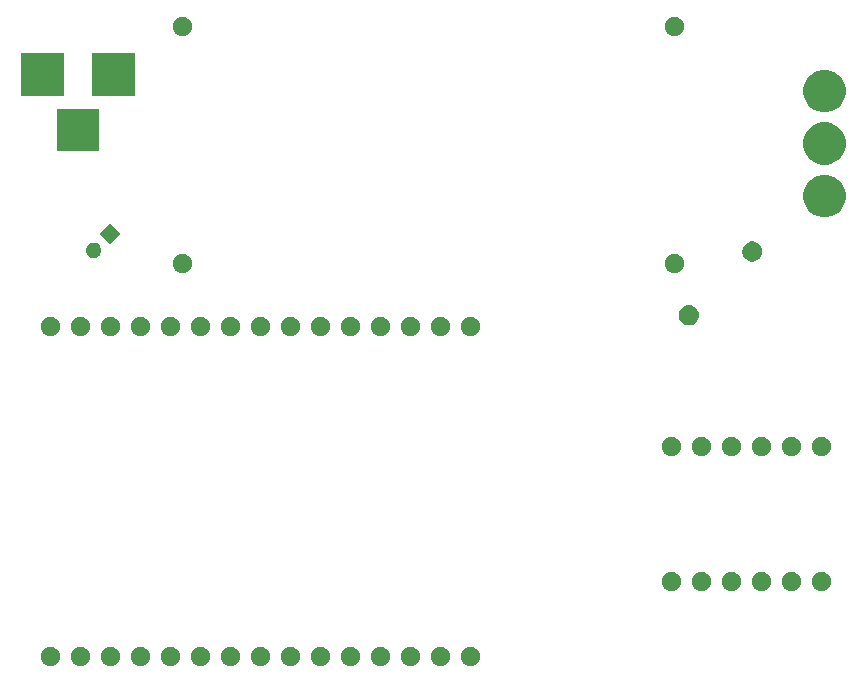
<source format=gbr>
G04 #@! TF.GenerationSoftware,KiCad,Pcbnew,(5.1.2-1)-1*
G04 #@! TF.CreationDate,2019-05-31T16:35:32-04:00*
G04 #@! TF.ProjectId,RubyLights,52756279-4c69-4676-9874-732e6b696361,.5*
G04 #@! TF.SameCoordinates,Original*
G04 #@! TF.FileFunction,Soldermask,Bot*
G04 #@! TF.FilePolarity,Negative*
%FSLAX46Y46*%
G04 Gerber Fmt 4.6, Leading zero omitted, Abs format (unit mm)*
G04 Created by KiCad (PCBNEW (5.1.2-1)-1) date 2019-05-31 16:35:32*
%MOMM*%
%LPD*%
G04 APERTURE LIST*
%ADD10C,0.100000*%
G04 APERTURE END LIST*
D10*
G36*
X96249142Y-110978242D02*
G01*
X96397101Y-111039529D01*
X96530255Y-111128499D01*
X96643501Y-111241745D01*
X96732471Y-111374899D01*
X96793758Y-111522858D01*
X96825000Y-111679925D01*
X96825000Y-111840075D01*
X96793758Y-111997142D01*
X96732471Y-112145101D01*
X96643501Y-112278255D01*
X96530255Y-112391501D01*
X96397101Y-112480471D01*
X96249142Y-112541758D01*
X96092075Y-112573000D01*
X95931925Y-112573000D01*
X95774858Y-112541758D01*
X95626899Y-112480471D01*
X95493745Y-112391501D01*
X95380499Y-112278255D01*
X95291529Y-112145101D01*
X95230242Y-111997142D01*
X95199000Y-111840075D01*
X95199000Y-111679925D01*
X95230242Y-111522858D01*
X95291529Y-111374899D01*
X95380499Y-111241745D01*
X95493745Y-111128499D01*
X95626899Y-111039529D01*
X95774858Y-110978242D01*
X95931925Y-110947000D01*
X96092075Y-110947000D01*
X96249142Y-110978242D01*
X96249142Y-110978242D01*
G37*
G36*
X93709142Y-110978242D02*
G01*
X93857101Y-111039529D01*
X93990255Y-111128499D01*
X94103501Y-111241745D01*
X94192471Y-111374899D01*
X94253758Y-111522858D01*
X94285000Y-111679925D01*
X94285000Y-111840075D01*
X94253758Y-111997142D01*
X94192471Y-112145101D01*
X94103501Y-112278255D01*
X93990255Y-112391501D01*
X93857101Y-112480471D01*
X93709142Y-112541758D01*
X93552075Y-112573000D01*
X93391925Y-112573000D01*
X93234858Y-112541758D01*
X93086899Y-112480471D01*
X92953745Y-112391501D01*
X92840499Y-112278255D01*
X92751529Y-112145101D01*
X92690242Y-111997142D01*
X92659000Y-111840075D01*
X92659000Y-111679925D01*
X92690242Y-111522858D01*
X92751529Y-111374899D01*
X92840499Y-111241745D01*
X92953745Y-111128499D01*
X93086899Y-111039529D01*
X93234858Y-110978242D01*
X93391925Y-110947000D01*
X93552075Y-110947000D01*
X93709142Y-110978242D01*
X93709142Y-110978242D01*
G37*
G36*
X91169142Y-110978242D02*
G01*
X91317101Y-111039529D01*
X91450255Y-111128499D01*
X91563501Y-111241745D01*
X91652471Y-111374899D01*
X91713758Y-111522858D01*
X91745000Y-111679925D01*
X91745000Y-111840075D01*
X91713758Y-111997142D01*
X91652471Y-112145101D01*
X91563501Y-112278255D01*
X91450255Y-112391501D01*
X91317101Y-112480471D01*
X91169142Y-112541758D01*
X91012075Y-112573000D01*
X90851925Y-112573000D01*
X90694858Y-112541758D01*
X90546899Y-112480471D01*
X90413745Y-112391501D01*
X90300499Y-112278255D01*
X90211529Y-112145101D01*
X90150242Y-111997142D01*
X90119000Y-111840075D01*
X90119000Y-111679925D01*
X90150242Y-111522858D01*
X90211529Y-111374899D01*
X90300499Y-111241745D01*
X90413745Y-111128499D01*
X90546899Y-111039529D01*
X90694858Y-110978242D01*
X90851925Y-110947000D01*
X91012075Y-110947000D01*
X91169142Y-110978242D01*
X91169142Y-110978242D01*
G37*
G36*
X88629142Y-110978242D02*
G01*
X88777101Y-111039529D01*
X88910255Y-111128499D01*
X89023501Y-111241745D01*
X89112471Y-111374899D01*
X89173758Y-111522858D01*
X89205000Y-111679925D01*
X89205000Y-111840075D01*
X89173758Y-111997142D01*
X89112471Y-112145101D01*
X89023501Y-112278255D01*
X88910255Y-112391501D01*
X88777101Y-112480471D01*
X88629142Y-112541758D01*
X88472075Y-112573000D01*
X88311925Y-112573000D01*
X88154858Y-112541758D01*
X88006899Y-112480471D01*
X87873745Y-112391501D01*
X87760499Y-112278255D01*
X87671529Y-112145101D01*
X87610242Y-111997142D01*
X87579000Y-111840075D01*
X87579000Y-111679925D01*
X87610242Y-111522858D01*
X87671529Y-111374899D01*
X87760499Y-111241745D01*
X87873745Y-111128499D01*
X88006899Y-111039529D01*
X88154858Y-110978242D01*
X88311925Y-110947000D01*
X88472075Y-110947000D01*
X88629142Y-110978242D01*
X88629142Y-110978242D01*
G37*
G36*
X86089142Y-110978242D02*
G01*
X86237101Y-111039529D01*
X86370255Y-111128499D01*
X86483501Y-111241745D01*
X86572471Y-111374899D01*
X86633758Y-111522858D01*
X86665000Y-111679925D01*
X86665000Y-111840075D01*
X86633758Y-111997142D01*
X86572471Y-112145101D01*
X86483501Y-112278255D01*
X86370255Y-112391501D01*
X86237101Y-112480471D01*
X86089142Y-112541758D01*
X85932075Y-112573000D01*
X85771925Y-112573000D01*
X85614858Y-112541758D01*
X85466899Y-112480471D01*
X85333745Y-112391501D01*
X85220499Y-112278255D01*
X85131529Y-112145101D01*
X85070242Y-111997142D01*
X85039000Y-111840075D01*
X85039000Y-111679925D01*
X85070242Y-111522858D01*
X85131529Y-111374899D01*
X85220499Y-111241745D01*
X85333745Y-111128499D01*
X85466899Y-111039529D01*
X85614858Y-110978242D01*
X85771925Y-110947000D01*
X85932075Y-110947000D01*
X86089142Y-110978242D01*
X86089142Y-110978242D01*
G37*
G36*
X83549142Y-110978242D02*
G01*
X83697101Y-111039529D01*
X83830255Y-111128499D01*
X83943501Y-111241745D01*
X84032471Y-111374899D01*
X84093758Y-111522858D01*
X84125000Y-111679925D01*
X84125000Y-111840075D01*
X84093758Y-111997142D01*
X84032471Y-112145101D01*
X83943501Y-112278255D01*
X83830255Y-112391501D01*
X83697101Y-112480471D01*
X83549142Y-112541758D01*
X83392075Y-112573000D01*
X83231925Y-112573000D01*
X83074858Y-112541758D01*
X82926899Y-112480471D01*
X82793745Y-112391501D01*
X82680499Y-112278255D01*
X82591529Y-112145101D01*
X82530242Y-111997142D01*
X82499000Y-111840075D01*
X82499000Y-111679925D01*
X82530242Y-111522858D01*
X82591529Y-111374899D01*
X82680499Y-111241745D01*
X82793745Y-111128499D01*
X82926899Y-111039529D01*
X83074858Y-110978242D01*
X83231925Y-110947000D01*
X83392075Y-110947000D01*
X83549142Y-110978242D01*
X83549142Y-110978242D01*
G37*
G36*
X81009142Y-110978242D02*
G01*
X81157101Y-111039529D01*
X81290255Y-111128499D01*
X81403501Y-111241745D01*
X81492471Y-111374899D01*
X81553758Y-111522858D01*
X81585000Y-111679925D01*
X81585000Y-111840075D01*
X81553758Y-111997142D01*
X81492471Y-112145101D01*
X81403501Y-112278255D01*
X81290255Y-112391501D01*
X81157101Y-112480471D01*
X81009142Y-112541758D01*
X80852075Y-112573000D01*
X80691925Y-112573000D01*
X80534858Y-112541758D01*
X80386899Y-112480471D01*
X80253745Y-112391501D01*
X80140499Y-112278255D01*
X80051529Y-112145101D01*
X79990242Y-111997142D01*
X79959000Y-111840075D01*
X79959000Y-111679925D01*
X79990242Y-111522858D01*
X80051529Y-111374899D01*
X80140499Y-111241745D01*
X80253745Y-111128499D01*
X80386899Y-111039529D01*
X80534858Y-110978242D01*
X80691925Y-110947000D01*
X80852075Y-110947000D01*
X81009142Y-110978242D01*
X81009142Y-110978242D01*
G37*
G36*
X78469142Y-110978242D02*
G01*
X78617101Y-111039529D01*
X78750255Y-111128499D01*
X78863501Y-111241745D01*
X78952471Y-111374899D01*
X79013758Y-111522858D01*
X79045000Y-111679925D01*
X79045000Y-111840075D01*
X79013758Y-111997142D01*
X78952471Y-112145101D01*
X78863501Y-112278255D01*
X78750255Y-112391501D01*
X78617101Y-112480471D01*
X78469142Y-112541758D01*
X78312075Y-112573000D01*
X78151925Y-112573000D01*
X77994858Y-112541758D01*
X77846899Y-112480471D01*
X77713745Y-112391501D01*
X77600499Y-112278255D01*
X77511529Y-112145101D01*
X77450242Y-111997142D01*
X77419000Y-111840075D01*
X77419000Y-111679925D01*
X77450242Y-111522858D01*
X77511529Y-111374899D01*
X77600499Y-111241745D01*
X77713745Y-111128499D01*
X77846899Y-111039529D01*
X77994858Y-110978242D01*
X78151925Y-110947000D01*
X78312075Y-110947000D01*
X78469142Y-110978242D01*
X78469142Y-110978242D01*
G37*
G36*
X75929142Y-110978242D02*
G01*
X76077101Y-111039529D01*
X76210255Y-111128499D01*
X76323501Y-111241745D01*
X76412471Y-111374899D01*
X76473758Y-111522858D01*
X76505000Y-111679925D01*
X76505000Y-111840075D01*
X76473758Y-111997142D01*
X76412471Y-112145101D01*
X76323501Y-112278255D01*
X76210255Y-112391501D01*
X76077101Y-112480471D01*
X75929142Y-112541758D01*
X75772075Y-112573000D01*
X75611925Y-112573000D01*
X75454858Y-112541758D01*
X75306899Y-112480471D01*
X75173745Y-112391501D01*
X75060499Y-112278255D01*
X74971529Y-112145101D01*
X74910242Y-111997142D01*
X74879000Y-111840075D01*
X74879000Y-111679925D01*
X74910242Y-111522858D01*
X74971529Y-111374899D01*
X75060499Y-111241745D01*
X75173745Y-111128499D01*
X75306899Y-111039529D01*
X75454858Y-110978242D01*
X75611925Y-110947000D01*
X75772075Y-110947000D01*
X75929142Y-110978242D01*
X75929142Y-110978242D01*
G37*
G36*
X73389142Y-110978242D02*
G01*
X73537101Y-111039529D01*
X73670255Y-111128499D01*
X73783501Y-111241745D01*
X73872471Y-111374899D01*
X73933758Y-111522858D01*
X73965000Y-111679925D01*
X73965000Y-111840075D01*
X73933758Y-111997142D01*
X73872471Y-112145101D01*
X73783501Y-112278255D01*
X73670255Y-112391501D01*
X73537101Y-112480471D01*
X73389142Y-112541758D01*
X73232075Y-112573000D01*
X73071925Y-112573000D01*
X72914858Y-112541758D01*
X72766899Y-112480471D01*
X72633745Y-112391501D01*
X72520499Y-112278255D01*
X72431529Y-112145101D01*
X72370242Y-111997142D01*
X72339000Y-111840075D01*
X72339000Y-111679925D01*
X72370242Y-111522858D01*
X72431529Y-111374899D01*
X72520499Y-111241745D01*
X72633745Y-111128499D01*
X72766899Y-111039529D01*
X72914858Y-110978242D01*
X73071925Y-110947000D01*
X73232075Y-110947000D01*
X73389142Y-110978242D01*
X73389142Y-110978242D01*
G37*
G36*
X70849142Y-110978242D02*
G01*
X70997101Y-111039529D01*
X71130255Y-111128499D01*
X71243501Y-111241745D01*
X71332471Y-111374899D01*
X71393758Y-111522858D01*
X71425000Y-111679925D01*
X71425000Y-111840075D01*
X71393758Y-111997142D01*
X71332471Y-112145101D01*
X71243501Y-112278255D01*
X71130255Y-112391501D01*
X70997101Y-112480471D01*
X70849142Y-112541758D01*
X70692075Y-112573000D01*
X70531925Y-112573000D01*
X70374858Y-112541758D01*
X70226899Y-112480471D01*
X70093745Y-112391501D01*
X69980499Y-112278255D01*
X69891529Y-112145101D01*
X69830242Y-111997142D01*
X69799000Y-111840075D01*
X69799000Y-111679925D01*
X69830242Y-111522858D01*
X69891529Y-111374899D01*
X69980499Y-111241745D01*
X70093745Y-111128499D01*
X70226899Y-111039529D01*
X70374858Y-110978242D01*
X70531925Y-110947000D01*
X70692075Y-110947000D01*
X70849142Y-110978242D01*
X70849142Y-110978242D01*
G37*
G36*
X68309142Y-110978242D02*
G01*
X68457101Y-111039529D01*
X68590255Y-111128499D01*
X68703501Y-111241745D01*
X68792471Y-111374899D01*
X68853758Y-111522858D01*
X68885000Y-111679925D01*
X68885000Y-111840075D01*
X68853758Y-111997142D01*
X68792471Y-112145101D01*
X68703501Y-112278255D01*
X68590255Y-112391501D01*
X68457101Y-112480471D01*
X68309142Y-112541758D01*
X68152075Y-112573000D01*
X67991925Y-112573000D01*
X67834858Y-112541758D01*
X67686899Y-112480471D01*
X67553745Y-112391501D01*
X67440499Y-112278255D01*
X67351529Y-112145101D01*
X67290242Y-111997142D01*
X67259000Y-111840075D01*
X67259000Y-111679925D01*
X67290242Y-111522858D01*
X67351529Y-111374899D01*
X67440499Y-111241745D01*
X67553745Y-111128499D01*
X67686899Y-111039529D01*
X67834858Y-110978242D01*
X67991925Y-110947000D01*
X68152075Y-110947000D01*
X68309142Y-110978242D01*
X68309142Y-110978242D01*
G37*
G36*
X65769142Y-110978242D02*
G01*
X65917101Y-111039529D01*
X66050255Y-111128499D01*
X66163501Y-111241745D01*
X66252471Y-111374899D01*
X66313758Y-111522858D01*
X66345000Y-111679925D01*
X66345000Y-111840075D01*
X66313758Y-111997142D01*
X66252471Y-112145101D01*
X66163501Y-112278255D01*
X66050255Y-112391501D01*
X65917101Y-112480471D01*
X65769142Y-112541758D01*
X65612075Y-112573000D01*
X65451925Y-112573000D01*
X65294858Y-112541758D01*
X65146899Y-112480471D01*
X65013745Y-112391501D01*
X64900499Y-112278255D01*
X64811529Y-112145101D01*
X64750242Y-111997142D01*
X64719000Y-111840075D01*
X64719000Y-111679925D01*
X64750242Y-111522858D01*
X64811529Y-111374899D01*
X64900499Y-111241745D01*
X65013745Y-111128499D01*
X65146899Y-111039529D01*
X65294858Y-110978242D01*
X65451925Y-110947000D01*
X65612075Y-110947000D01*
X65769142Y-110978242D01*
X65769142Y-110978242D01*
G37*
G36*
X63229142Y-110978242D02*
G01*
X63377101Y-111039529D01*
X63510255Y-111128499D01*
X63623501Y-111241745D01*
X63712471Y-111374899D01*
X63773758Y-111522858D01*
X63805000Y-111679925D01*
X63805000Y-111840075D01*
X63773758Y-111997142D01*
X63712471Y-112145101D01*
X63623501Y-112278255D01*
X63510255Y-112391501D01*
X63377101Y-112480471D01*
X63229142Y-112541758D01*
X63072075Y-112573000D01*
X62911925Y-112573000D01*
X62754858Y-112541758D01*
X62606899Y-112480471D01*
X62473745Y-112391501D01*
X62360499Y-112278255D01*
X62271529Y-112145101D01*
X62210242Y-111997142D01*
X62179000Y-111840075D01*
X62179000Y-111679925D01*
X62210242Y-111522858D01*
X62271529Y-111374899D01*
X62360499Y-111241745D01*
X62473745Y-111128499D01*
X62606899Y-111039529D01*
X62754858Y-110978242D01*
X62911925Y-110947000D01*
X63072075Y-110947000D01*
X63229142Y-110978242D01*
X63229142Y-110978242D01*
G37*
G36*
X60689142Y-110978242D02*
G01*
X60837101Y-111039529D01*
X60970255Y-111128499D01*
X61083501Y-111241745D01*
X61172471Y-111374899D01*
X61233758Y-111522858D01*
X61265000Y-111679925D01*
X61265000Y-111840075D01*
X61233758Y-111997142D01*
X61172471Y-112145101D01*
X61083501Y-112278255D01*
X60970255Y-112391501D01*
X60837101Y-112480471D01*
X60689142Y-112541758D01*
X60532075Y-112573000D01*
X60371925Y-112573000D01*
X60214858Y-112541758D01*
X60066899Y-112480471D01*
X59933745Y-112391501D01*
X59820499Y-112278255D01*
X59731529Y-112145101D01*
X59670242Y-111997142D01*
X59639000Y-111840075D01*
X59639000Y-111679925D01*
X59670242Y-111522858D01*
X59731529Y-111374899D01*
X59820499Y-111241745D01*
X59933745Y-111128499D01*
X60066899Y-111039529D01*
X60214858Y-110978242D01*
X60371925Y-110947000D01*
X60532075Y-110947000D01*
X60689142Y-110978242D01*
X60689142Y-110978242D01*
G37*
G36*
X113267142Y-104628242D02*
G01*
X113415101Y-104689529D01*
X113548255Y-104778499D01*
X113661501Y-104891745D01*
X113750471Y-105024899D01*
X113811758Y-105172858D01*
X113843000Y-105329925D01*
X113843000Y-105490075D01*
X113811758Y-105647142D01*
X113750471Y-105795101D01*
X113661501Y-105928255D01*
X113548255Y-106041501D01*
X113415101Y-106130471D01*
X113267142Y-106191758D01*
X113110075Y-106223000D01*
X112949925Y-106223000D01*
X112792858Y-106191758D01*
X112644899Y-106130471D01*
X112511745Y-106041501D01*
X112398499Y-105928255D01*
X112309529Y-105795101D01*
X112248242Y-105647142D01*
X112217000Y-105490075D01*
X112217000Y-105329925D01*
X112248242Y-105172858D01*
X112309529Y-105024899D01*
X112398499Y-104891745D01*
X112511745Y-104778499D01*
X112644899Y-104689529D01*
X112792858Y-104628242D01*
X112949925Y-104597000D01*
X113110075Y-104597000D01*
X113267142Y-104628242D01*
X113267142Y-104628242D01*
G37*
G36*
X115807142Y-104628242D02*
G01*
X115955101Y-104689529D01*
X116088255Y-104778499D01*
X116201501Y-104891745D01*
X116290471Y-105024899D01*
X116351758Y-105172858D01*
X116383000Y-105329925D01*
X116383000Y-105490075D01*
X116351758Y-105647142D01*
X116290471Y-105795101D01*
X116201501Y-105928255D01*
X116088255Y-106041501D01*
X115955101Y-106130471D01*
X115807142Y-106191758D01*
X115650075Y-106223000D01*
X115489925Y-106223000D01*
X115332858Y-106191758D01*
X115184899Y-106130471D01*
X115051745Y-106041501D01*
X114938499Y-105928255D01*
X114849529Y-105795101D01*
X114788242Y-105647142D01*
X114757000Y-105490075D01*
X114757000Y-105329925D01*
X114788242Y-105172858D01*
X114849529Y-105024899D01*
X114938499Y-104891745D01*
X115051745Y-104778499D01*
X115184899Y-104689529D01*
X115332858Y-104628242D01*
X115489925Y-104597000D01*
X115650075Y-104597000D01*
X115807142Y-104628242D01*
X115807142Y-104628242D01*
G37*
G36*
X118347142Y-104628242D02*
G01*
X118495101Y-104689529D01*
X118628255Y-104778499D01*
X118741501Y-104891745D01*
X118830471Y-105024899D01*
X118891758Y-105172858D01*
X118923000Y-105329925D01*
X118923000Y-105490075D01*
X118891758Y-105647142D01*
X118830471Y-105795101D01*
X118741501Y-105928255D01*
X118628255Y-106041501D01*
X118495101Y-106130471D01*
X118347142Y-106191758D01*
X118190075Y-106223000D01*
X118029925Y-106223000D01*
X117872858Y-106191758D01*
X117724899Y-106130471D01*
X117591745Y-106041501D01*
X117478499Y-105928255D01*
X117389529Y-105795101D01*
X117328242Y-105647142D01*
X117297000Y-105490075D01*
X117297000Y-105329925D01*
X117328242Y-105172858D01*
X117389529Y-105024899D01*
X117478499Y-104891745D01*
X117591745Y-104778499D01*
X117724899Y-104689529D01*
X117872858Y-104628242D01*
X118029925Y-104597000D01*
X118190075Y-104597000D01*
X118347142Y-104628242D01*
X118347142Y-104628242D01*
G37*
G36*
X120887142Y-104628242D02*
G01*
X121035101Y-104689529D01*
X121168255Y-104778499D01*
X121281501Y-104891745D01*
X121370471Y-105024899D01*
X121431758Y-105172858D01*
X121463000Y-105329925D01*
X121463000Y-105490075D01*
X121431758Y-105647142D01*
X121370471Y-105795101D01*
X121281501Y-105928255D01*
X121168255Y-106041501D01*
X121035101Y-106130471D01*
X120887142Y-106191758D01*
X120730075Y-106223000D01*
X120569925Y-106223000D01*
X120412858Y-106191758D01*
X120264899Y-106130471D01*
X120131745Y-106041501D01*
X120018499Y-105928255D01*
X119929529Y-105795101D01*
X119868242Y-105647142D01*
X119837000Y-105490075D01*
X119837000Y-105329925D01*
X119868242Y-105172858D01*
X119929529Y-105024899D01*
X120018499Y-104891745D01*
X120131745Y-104778499D01*
X120264899Y-104689529D01*
X120412858Y-104628242D01*
X120569925Y-104597000D01*
X120730075Y-104597000D01*
X120887142Y-104628242D01*
X120887142Y-104628242D01*
G37*
G36*
X123427142Y-104628242D02*
G01*
X123575101Y-104689529D01*
X123708255Y-104778499D01*
X123821501Y-104891745D01*
X123910471Y-105024899D01*
X123971758Y-105172858D01*
X124003000Y-105329925D01*
X124003000Y-105490075D01*
X123971758Y-105647142D01*
X123910471Y-105795101D01*
X123821501Y-105928255D01*
X123708255Y-106041501D01*
X123575101Y-106130471D01*
X123427142Y-106191758D01*
X123270075Y-106223000D01*
X123109925Y-106223000D01*
X122952858Y-106191758D01*
X122804899Y-106130471D01*
X122671745Y-106041501D01*
X122558499Y-105928255D01*
X122469529Y-105795101D01*
X122408242Y-105647142D01*
X122377000Y-105490075D01*
X122377000Y-105329925D01*
X122408242Y-105172858D01*
X122469529Y-105024899D01*
X122558499Y-104891745D01*
X122671745Y-104778499D01*
X122804899Y-104689529D01*
X122952858Y-104628242D01*
X123109925Y-104597000D01*
X123270075Y-104597000D01*
X123427142Y-104628242D01*
X123427142Y-104628242D01*
G37*
G36*
X125967142Y-104628242D02*
G01*
X126115101Y-104689529D01*
X126248255Y-104778499D01*
X126361501Y-104891745D01*
X126450471Y-105024899D01*
X126511758Y-105172858D01*
X126543000Y-105329925D01*
X126543000Y-105490075D01*
X126511758Y-105647142D01*
X126450471Y-105795101D01*
X126361501Y-105928255D01*
X126248255Y-106041501D01*
X126115101Y-106130471D01*
X125967142Y-106191758D01*
X125810075Y-106223000D01*
X125649925Y-106223000D01*
X125492858Y-106191758D01*
X125344899Y-106130471D01*
X125211745Y-106041501D01*
X125098499Y-105928255D01*
X125009529Y-105795101D01*
X124948242Y-105647142D01*
X124917000Y-105490075D01*
X124917000Y-105329925D01*
X124948242Y-105172858D01*
X125009529Y-105024899D01*
X125098499Y-104891745D01*
X125211745Y-104778499D01*
X125344899Y-104689529D01*
X125492858Y-104628242D01*
X125649925Y-104597000D01*
X125810075Y-104597000D01*
X125967142Y-104628242D01*
X125967142Y-104628242D01*
G37*
G36*
X113267142Y-93198242D02*
G01*
X113415101Y-93259529D01*
X113548255Y-93348499D01*
X113661501Y-93461745D01*
X113750471Y-93594899D01*
X113811758Y-93742858D01*
X113843000Y-93899925D01*
X113843000Y-94060075D01*
X113811758Y-94217142D01*
X113750471Y-94365101D01*
X113661501Y-94498255D01*
X113548255Y-94611501D01*
X113415101Y-94700471D01*
X113267142Y-94761758D01*
X113110075Y-94793000D01*
X112949925Y-94793000D01*
X112792858Y-94761758D01*
X112644899Y-94700471D01*
X112511745Y-94611501D01*
X112398499Y-94498255D01*
X112309529Y-94365101D01*
X112248242Y-94217142D01*
X112217000Y-94060075D01*
X112217000Y-93899925D01*
X112248242Y-93742858D01*
X112309529Y-93594899D01*
X112398499Y-93461745D01*
X112511745Y-93348499D01*
X112644899Y-93259529D01*
X112792858Y-93198242D01*
X112949925Y-93167000D01*
X113110075Y-93167000D01*
X113267142Y-93198242D01*
X113267142Y-93198242D01*
G37*
G36*
X115807142Y-93198242D02*
G01*
X115955101Y-93259529D01*
X116088255Y-93348499D01*
X116201501Y-93461745D01*
X116290471Y-93594899D01*
X116351758Y-93742858D01*
X116383000Y-93899925D01*
X116383000Y-94060075D01*
X116351758Y-94217142D01*
X116290471Y-94365101D01*
X116201501Y-94498255D01*
X116088255Y-94611501D01*
X115955101Y-94700471D01*
X115807142Y-94761758D01*
X115650075Y-94793000D01*
X115489925Y-94793000D01*
X115332858Y-94761758D01*
X115184899Y-94700471D01*
X115051745Y-94611501D01*
X114938499Y-94498255D01*
X114849529Y-94365101D01*
X114788242Y-94217142D01*
X114757000Y-94060075D01*
X114757000Y-93899925D01*
X114788242Y-93742858D01*
X114849529Y-93594899D01*
X114938499Y-93461745D01*
X115051745Y-93348499D01*
X115184899Y-93259529D01*
X115332858Y-93198242D01*
X115489925Y-93167000D01*
X115650075Y-93167000D01*
X115807142Y-93198242D01*
X115807142Y-93198242D01*
G37*
G36*
X118347142Y-93198242D02*
G01*
X118495101Y-93259529D01*
X118628255Y-93348499D01*
X118741501Y-93461745D01*
X118830471Y-93594899D01*
X118891758Y-93742858D01*
X118923000Y-93899925D01*
X118923000Y-94060075D01*
X118891758Y-94217142D01*
X118830471Y-94365101D01*
X118741501Y-94498255D01*
X118628255Y-94611501D01*
X118495101Y-94700471D01*
X118347142Y-94761758D01*
X118190075Y-94793000D01*
X118029925Y-94793000D01*
X117872858Y-94761758D01*
X117724899Y-94700471D01*
X117591745Y-94611501D01*
X117478499Y-94498255D01*
X117389529Y-94365101D01*
X117328242Y-94217142D01*
X117297000Y-94060075D01*
X117297000Y-93899925D01*
X117328242Y-93742858D01*
X117389529Y-93594899D01*
X117478499Y-93461745D01*
X117591745Y-93348499D01*
X117724899Y-93259529D01*
X117872858Y-93198242D01*
X118029925Y-93167000D01*
X118190075Y-93167000D01*
X118347142Y-93198242D01*
X118347142Y-93198242D01*
G37*
G36*
X120887142Y-93198242D02*
G01*
X121035101Y-93259529D01*
X121168255Y-93348499D01*
X121281501Y-93461745D01*
X121370471Y-93594899D01*
X121431758Y-93742858D01*
X121463000Y-93899925D01*
X121463000Y-94060075D01*
X121431758Y-94217142D01*
X121370471Y-94365101D01*
X121281501Y-94498255D01*
X121168255Y-94611501D01*
X121035101Y-94700471D01*
X120887142Y-94761758D01*
X120730075Y-94793000D01*
X120569925Y-94793000D01*
X120412858Y-94761758D01*
X120264899Y-94700471D01*
X120131745Y-94611501D01*
X120018499Y-94498255D01*
X119929529Y-94365101D01*
X119868242Y-94217142D01*
X119837000Y-94060075D01*
X119837000Y-93899925D01*
X119868242Y-93742858D01*
X119929529Y-93594899D01*
X120018499Y-93461745D01*
X120131745Y-93348499D01*
X120264899Y-93259529D01*
X120412858Y-93198242D01*
X120569925Y-93167000D01*
X120730075Y-93167000D01*
X120887142Y-93198242D01*
X120887142Y-93198242D01*
G37*
G36*
X123427142Y-93198242D02*
G01*
X123575101Y-93259529D01*
X123708255Y-93348499D01*
X123821501Y-93461745D01*
X123910471Y-93594899D01*
X123971758Y-93742858D01*
X124003000Y-93899925D01*
X124003000Y-94060075D01*
X123971758Y-94217142D01*
X123910471Y-94365101D01*
X123821501Y-94498255D01*
X123708255Y-94611501D01*
X123575101Y-94700471D01*
X123427142Y-94761758D01*
X123270075Y-94793000D01*
X123109925Y-94793000D01*
X122952858Y-94761758D01*
X122804899Y-94700471D01*
X122671745Y-94611501D01*
X122558499Y-94498255D01*
X122469529Y-94365101D01*
X122408242Y-94217142D01*
X122377000Y-94060075D01*
X122377000Y-93899925D01*
X122408242Y-93742858D01*
X122469529Y-93594899D01*
X122558499Y-93461745D01*
X122671745Y-93348499D01*
X122804899Y-93259529D01*
X122952858Y-93198242D01*
X123109925Y-93167000D01*
X123270075Y-93167000D01*
X123427142Y-93198242D01*
X123427142Y-93198242D01*
G37*
G36*
X125967142Y-93198242D02*
G01*
X126115101Y-93259529D01*
X126248255Y-93348499D01*
X126361501Y-93461745D01*
X126450471Y-93594899D01*
X126511758Y-93742858D01*
X126543000Y-93899925D01*
X126543000Y-94060075D01*
X126511758Y-94217142D01*
X126450471Y-94365101D01*
X126361501Y-94498255D01*
X126248255Y-94611501D01*
X126115101Y-94700471D01*
X125967142Y-94761758D01*
X125810075Y-94793000D01*
X125649925Y-94793000D01*
X125492858Y-94761758D01*
X125344899Y-94700471D01*
X125211745Y-94611501D01*
X125098499Y-94498255D01*
X125009529Y-94365101D01*
X124948242Y-94217142D01*
X124917000Y-94060075D01*
X124917000Y-93899925D01*
X124948242Y-93742858D01*
X125009529Y-93594899D01*
X125098499Y-93461745D01*
X125211745Y-93348499D01*
X125344899Y-93259529D01*
X125492858Y-93198242D01*
X125649925Y-93167000D01*
X125810075Y-93167000D01*
X125967142Y-93198242D01*
X125967142Y-93198242D01*
G37*
G36*
X96249142Y-83038242D02*
G01*
X96397101Y-83099529D01*
X96530255Y-83188499D01*
X96643501Y-83301745D01*
X96732471Y-83434899D01*
X96793758Y-83582858D01*
X96825000Y-83739925D01*
X96825000Y-83900075D01*
X96793758Y-84057142D01*
X96732471Y-84205101D01*
X96643501Y-84338255D01*
X96530255Y-84451501D01*
X96397101Y-84540471D01*
X96249142Y-84601758D01*
X96092075Y-84633000D01*
X95931925Y-84633000D01*
X95774858Y-84601758D01*
X95626899Y-84540471D01*
X95493745Y-84451501D01*
X95380499Y-84338255D01*
X95291529Y-84205101D01*
X95230242Y-84057142D01*
X95199000Y-83900075D01*
X95199000Y-83739925D01*
X95230242Y-83582858D01*
X95291529Y-83434899D01*
X95380499Y-83301745D01*
X95493745Y-83188499D01*
X95626899Y-83099529D01*
X95774858Y-83038242D01*
X95931925Y-83007000D01*
X96092075Y-83007000D01*
X96249142Y-83038242D01*
X96249142Y-83038242D01*
G37*
G36*
X93709142Y-83038242D02*
G01*
X93857101Y-83099529D01*
X93990255Y-83188499D01*
X94103501Y-83301745D01*
X94192471Y-83434899D01*
X94253758Y-83582858D01*
X94285000Y-83739925D01*
X94285000Y-83900075D01*
X94253758Y-84057142D01*
X94192471Y-84205101D01*
X94103501Y-84338255D01*
X93990255Y-84451501D01*
X93857101Y-84540471D01*
X93709142Y-84601758D01*
X93552075Y-84633000D01*
X93391925Y-84633000D01*
X93234858Y-84601758D01*
X93086899Y-84540471D01*
X92953745Y-84451501D01*
X92840499Y-84338255D01*
X92751529Y-84205101D01*
X92690242Y-84057142D01*
X92659000Y-83900075D01*
X92659000Y-83739925D01*
X92690242Y-83582858D01*
X92751529Y-83434899D01*
X92840499Y-83301745D01*
X92953745Y-83188499D01*
X93086899Y-83099529D01*
X93234858Y-83038242D01*
X93391925Y-83007000D01*
X93552075Y-83007000D01*
X93709142Y-83038242D01*
X93709142Y-83038242D01*
G37*
G36*
X91169142Y-83038242D02*
G01*
X91317101Y-83099529D01*
X91450255Y-83188499D01*
X91563501Y-83301745D01*
X91652471Y-83434899D01*
X91713758Y-83582858D01*
X91745000Y-83739925D01*
X91745000Y-83900075D01*
X91713758Y-84057142D01*
X91652471Y-84205101D01*
X91563501Y-84338255D01*
X91450255Y-84451501D01*
X91317101Y-84540471D01*
X91169142Y-84601758D01*
X91012075Y-84633000D01*
X90851925Y-84633000D01*
X90694858Y-84601758D01*
X90546899Y-84540471D01*
X90413745Y-84451501D01*
X90300499Y-84338255D01*
X90211529Y-84205101D01*
X90150242Y-84057142D01*
X90119000Y-83900075D01*
X90119000Y-83739925D01*
X90150242Y-83582858D01*
X90211529Y-83434899D01*
X90300499Y-83301745D01*
X90413745Y-83188499D01*
X90546899Y-83099529D01*
X90694858Y-83038242D01*
X90851925Y-83007000D01*
X91012075Y-83007000D01*
X91169142Y-83038242D01*
X91169142Y-83038242D01*
G37*
G36*
X88629142Y-83038242D02*
G01*
X88777101Y-83099529D01*
X88910255Y-83188499D01*
X89023501Y-83301745D01*
X89112471Y-83434899D01*
X89173758Y-83582858D01*
X89205000Y-83739925D01*
X89205000Y-83900075D01*
X89173758Y-84057142D01*
X89112471Y-84205101D01*
X89023501Y-84338255D01*
X88910255Y-84451501D01*
X88777101Y-84540471D01*
X88629142Y-84601758D01*
X88472075Y-84633000D01*
X88311925Y-84633000D01*
X88154858Y-84601758D01*
X88006899Y-84540471D01*
X87873745Y-84451501D01*
X87760499Y-84338255D01*
X87671529Y-84205101D01*
X87610242Y-84057142D01*
X87579000Y-83900075D01*
X87579000Y-83739925D01*
X87610242Y-83582858D01*
X87671529Y-83434899D01*
X87760499Y-83301745D01*
X87873745Y-83188499D01*
X88006899Y-83099529D01*
X88154858Y-83038242D01*
X88311925Y-83007000D01*
X88472075Y-83007000D01*
X88629142Y-83038242D01*
X88629142Y-83038242D01*
G37*
G36*
X83549142Y-83038242D02*
G01*
X83697101Y-83099529D01*
X83830255Y-83188499D01*
X83943501Y-83301745D01*
X84032471Y-83434899D01*
X84093758Y-83582858D01*
X84125000Y-83739925D01*
X84125000Y-83900075D01*
X84093758Y-84057142D01*
X84032471Y-84205101D01*
X83943501Y-84338255D01*
X83830255Y-84451501D01*
X83697101Y-84540471D01*
X83549142Y-84601758D01*
X83392075Y-84633000D01*
X83231925Y-84633000D01*
X83074858Y-84601758D01*
X82926899Y-84540471D01*
X82793745Y-84451501D01*
X82680499Y-84338255D01*
X82591529Y-84205101D01*
X82530242Y-84057142D01*
X82499000Y-83900075D01*
X82499000Y-83739925D01*
X82530242Y-83582858D01*
X82591529Y-83434899D01*
X82680499Y-83301745D01*
X82793745Y-83188499D01*
X82926899Y-83099529D01*
X83074858Y-83038242D01*
X83231925Y-83007000D01*
X83392075Y-83007000D01*
X83549142Y-83038242D01*
X83549142Y-83038242D01*
G37*
G36*
X81009142Y-83038242D02*
G01*
X81157101Y-83099529D01*
X81290255Y-83188499D01*
X81403501Y-83301745D01*
X81492471Y-83434899D01*
X81553758Y-83582858D01*
X81585000Y-83739925D01*
X81585000Y-83900075D01*
X81553758Y-84057142D01*
X81492471Y-84205101D01*
X81403501Y-84338255D01*
X81290255Y-84451501D01*
X81157101Y-84540471D01*
X81009142Y-84601758D01*
X80852075Y-84633000D01*
X80691925Y-84633000D01*
X80534858Y-84601758D01*
X80386899Y-84540471D01*
X80253745Y-84451501D01*
X80140499Y-84338255D01*
X80051529Y-84205101D01*
X79990242Y-84057142D01*
X79959000Y-83900075D01*
X79959000Y-83739925D01*
X79990242Y-83582858D01*
X80051529Y-83434899D01*
X80140499Y-83301745D01*
X80253745Y-83188499D01*
X80386899Y-83099529D01*
X80534858Y-83038242D01*
X80691925Y-83007000D01*
X80852075Y-83007000D01*
X81009142Y-83038242D01*
X81009142Y-83038242D01*
G37*
G36*
X86089142Y-83038242D02*
G01*
X86237101Y-83099529D01*
X86370255Y-83188499D01*
X86483501Y-83301745D01*
X86572471Y-83434899D01*
X86633758Y-83582858D01*
X86665000Y-83739925D01*
X86665000Y-83900075D01*
X86633758Y-84057142D01*
X86572471Y-84205101D01*
X86483501Y-84338255D01*
X86370255Y-84451501D01*
X86237101Y-84540471D01*
X86089142Y-84601758D01*
X85932075Y-84633000D01*
X85771925Y-84633000D01*
X85614858Y-84601758D01*
X85466899Y-84540471D01*
X85333745Y-84451501D01*
X85220499Y-84338255D01*
X85131529Y-84205101D01*
X85070242Y-84057142D01*
X85039000Y-83900075D01*
X85039000Y-83739925D01*
X85070242Y-83582858D01*
X85131529Y-83434899D01*
X85220499Y-83301745D01*
X85333745Y-83188499D01*
X85466899Y-83099529D01*
X85614858Y-83038242D01*
X85771925Y-83007000D01*
X85932075Y-83007000D01*
X86089142Y-83038242D01*
X86089142Y-83038242D01*
G37*
G36*
X78469142Y-83038242D02*
G01*
X78617101Y-83099529D01*
X78750255Y-83188499D01*
X78863501Y-83301745D01*
X78952471Y-83434899D01*
X79013758Y-83582858D01*
X79045000Y-83739925D01*
X79045000Y-83900075D01*
X79013758Y-84057142D01*
X78952471Y-84205101D01*
X78863501Y-84338255D01*
X78750255Y-84451501D01*
X78617101Y-84540471D01*
X78469142Y-84601758D01*
X78312075Y-84633000D01*
X78151925Y-84633000D01*
X77994858Y-84601758D01*
X77846899Y-84540471D01*
X77713745Y-84451501D01*
X77600499Y-84338255D01*
X77511529Y-84205101D01*
X77450242Y-84057142D01*
X77419000Y-83900075D01*
X77419000Y-83739925D01*
X77450242Y-83582858D01*
X77511529Y-83434899D01*
X77600499Y-83301745D01*
X77713745Y-83188499D01*
X77846899Y-83099529D01*
X77994858Y-83038242D01*
X78151925Y-83007000D01*
X78312075Y-83007000D01*
X78469142Y-83038242D01*
X78469142Y-83038242D01*
G37*
G36*
X75929142Y-83038242D02*
G01*
X76077101Y-83099529D01*
X76210255Y-83188499D01*
X76323501Y-83301745D01*
X76412471Y-83434899D01*
X76473758Y-83582858D01*
X76505000Y-83739925D01*
X76505000Y-83900075D01*
X76473758Y-84057142D01*
X76412471Y-84205101D01*
X76323501Y-84338255D01*
X76210255Y-84451501D01*
X76077101Y-84540471D01*
X75929142Y-84601758D01*
X75772075Y-84633000D01*
X75611925Y-84633000D01*
X75454858Y-84601758D01*
X75306899Y-84540471D01*
X75173745Y-84451501D01*
X75060499Y-84338255D01*
X74971529Y-84205101D01*
X74910242Y-84057142D01*
X74879000Y-83900075D01*
X74879000Y-83739925D01*
X74910242Y-83582858D01*
X74971529Y-83434899D01*
X75060499Y-83301745D01*
X75173745Y-83188499D01*
X75306899Y-83099529D01*
X75454858Y-83038242D01*
X75611925Y-83007000D01*
X75772075Y-83007000D01*
X75929142Y-83038242D01*
X75929142Y-83038242D01*
G37*
G36*
X73389142Y-83038242D02*
G01*
X73537101Y-83099529D01*
X73670255Y-83188499D01*
X73783501Y-83301745D01*
X73872471Y-83434899D01*
X73933758Y-83582858D01*
X73965000Y-83739925D01*
X73965000Y-83900075D01*
X73933758Y-84057142D01*
X73872471Y-84205101D01*
X73783501Y-84338255D01*
X73670255Y-84451501D01*
X73537101Y-84540471D01*
X73389142Y-84601758D01*
X73232075Y-84633000D01*
X73071925Y-84633000D01*
X72914858Y-84601758D01*
X72766899Y-84540471D01*
X72633745Y-84451501D01*
X72520499Y-84338255D01*
X72431529Y-84205101D01*
X72370242Y-84057142D01*
X72339000Y-83900075D01*
X72339000Y-83739925D01*
X72370242Y-83582858D01*
X72431529Y-83434899D01*
X72520499Y-83301745D01*
X72633745Y-83188499D01*
X72766899Y-83099529D01*
X72914858Y-83038242D01*
X73071925Y-83007000D01*
X73232075Y-83007000D01*
X73389142Y-83038242D01*
X73389142Y-83038242D01*
G37*
G36*
X70849142Y-83038242D02*
G01*
X70997101Y-83099529D01*
X71130255Y-83188499D01*
X71243501Y-83301745D01*
X71332471Y-83434899D01*
X71393758Y-83582858D01*
X71425000Y-83739925D01*
X71425000Y-83900075D01*
X71393758Y-84057142D01*
X71332471Y-84205101D01*
X71243501Y-84338255D01*
X71130255Y-84451501D01*
X70997101Y-84540471D01*
X70849142Y-84601758D01*
X70692075Y-84633000D01*
X70531925Y-84633000D01*
X70374858Y-84601758D01*
X70226899Y-84540471D01*
X70093745Y-84451501D01*
X69980499Y-84338255D01*
X69891529Y-84205101D01*
X69830242Y-84057142D01*
X69799000Y-83900075D01*
X69799000Y-83739925D01*
X69830242Y-83582858D01*
X69891529Y-83434899D01*
X69980499Y-83301745D01*
X70093745Y-83188499D01*
X70226899Y-83099529D01*
X70374858Y-83038242D01*
X70531925Y-83007000D01*
X70692075Y-83007000D01*
X70849142Y-83038242D01*
X70849142Y-83038242D01*
G37*
G36*
X68309142Y-83038242D02*
G01*
X68457101Y-83099529D01*
X68590255Y-83188499D01*
X68703501Y-83301745D01*
X68792471Y-83434899D01*
X68853758Y-83582858D01*
X68885000Y-83739925D01*
X68885000Y-83900075D01*
X68853758Y-84057142D01*
X68792471Y-84205101D01*
X68703501Y-84338255D01*
X68590255Y-84451501D01*
X68457101Y-84540471D01*
X68309142Y-84601758D01*
X68152075Y-84633000D01*
X67991925Y-84633000D01*
X67834858Y-84601758D01*
X67686899Y-84540471D01*
X67553745Y-84451501D01*
X67440499Y-84338255D01*
X67351529Y-84205101D01*
X67290242Y-84057142D01*
X67259000Y-83900075D01*
X67259000Y-83739925D01*
X67290242Y-83582858D01*
X67351529Y-83434899D01*
X67440499Y-83301745D01*
X67553745Y-83188499D01*
X67686899Y-83099529D01*
X67834858Y-83038242D01*
X67991925Y-83007000D01*
X68152075Y-83007000D01*
X68309142Y-83038242D01*
X68309142Y-83038242D01*
G37*
G36*
X65769142Y-83038242D02*
G01*
X65917101Y-83099529D01*
X66050255Y-83188499D01*
X66163501Y-83301745D01*
X66252471Y-83434899D01*
X66313758Y-83582858D01*
X66345000Y-83739925D01*
X66345000Y-83900075D01*
X66313758Y-84057142D01*
X66252471Y-84205101D01*
X66163501Y-84338255D01*
X66050255Y-84451501D01*
X65917101Y-84540471D01*
X65769142Y-84601758D01*
X65612075Y-84633000D01*
X65451925Y-84633000D01*
X65294858Y-84601758D01*
X65146899Y-84540471D01*
X65013745Y-84451501D01*
X64900499Y-84338255D01*
X64811529Y-84205101D01*
X64750242Y-84057142D01*
X64719000Y-83900075D01*
X64719000Y-83739925D01*
X64750242Y-83582858D01*
X64811529Y-83434899D01*
X64900499Y-83301745D01*
X65013745Y-83188499D01*
X65146899Y-83099529D01*
X65294858Y-83038242D01*
X65451925Y-83007000D01*
X65612075Y-83007000D01*
X65769142Y-83038242D01*
X65769142Y-83038242D01*
G37*
G36*
X63229142Y-83038242D02*
G01*
X63377101Y-83099529D01*
X63510255Y-83188499D01*
X63623501Y-83301745D01*
X63712471Y-83434899D01*
X63773758Y-83582858D01*
X63805000Y-83739925D01*
X63805000Y-83900075D01*
X63773758Y-84057142D01*
X63712471Y-84205101D01*
X63623501Y-84338255D01*
X63510255Y-84451501D01*
X63377101Y-84540471D01*
X63229142Y-84601758D01*
X63072075Y-84633000D01*
X62911925Y-84633000D01*
X62754858Y-84601758D01*
X62606899Y-84540471D01*
X62473745Y-84451501D01*
X62360499Y-84338255D01*
X62271529Y-84205101D01*
X62210242Y-84057142D01*
X62179000Y-83900075D01*
X62179000Y-83739925D01*
X62210242Y-83582858D01*
X62271529Y-83434899D01*
X62360499Y-83301745D01*
X62473745Y-83188499D01*
X62606899Y-83099529D01*
X62754858Y-83038242D01*
X62911925Y-83007000D01*
X63072075Y-83007000D01*
X63229142Y-83038242D01*
X63229142Y-83038242D01*
G37*
G36*
X60689142Y-83038242D02*
G01*
X60837101Y-83099529D01*
X60970255Y-83188499D01*
X61083501Y-83301745D01*
X61172471Y-83434899D01*
X61233758Y-83582858D01*
X61265000Y-83739925D01*
X61265000Y-83900075D01*
X61233758Y-84057142D01*
X61172471Y-84205101D01*
X61083501Y-84338255D01*
X60970255Y-84451501D01*
X60837101Y-84540471D01*
X60689142Y-84601758D01*
X60532075Y-84633000D01*
X60371925Y-84633000D01*
X60214858Y-84601758D01*
X60066899Y-84540471D01*
X59933745Y-84451501D01*
X59820499Y-84338255D01*
X59731529Y-84205101D01*
X59670242Y-84057142D01*
X59639000Y-83900075D01*
X59639000Y-83739925D01*
X59670242Y-83582858D01*
X59731529Y-83434899D01*
X59820499Y-83301745D01*
X59933745Y-83188499D01*
X60066899Y-83099529D01*
X60214858Y-83038242D01*
X60371925Y-83007000D01*
X60532075Y-83007000D01*
X60689142Y-83038242D01*
X60689142Y-83038242D01*
G37*
G36*
X114666669Y-82019467D02*
G01*
X114827088Y-82068130D01*
X114959752Y-82139040D01*
X114974924Y-82147150D01*
X115104505Y-82253495D01*
X115210850Y-82383076D01*
X115210851Y-82383078D01*
X115289870Y-82530912D01*
X115338533Y-82691331D01*
X115354963Y-82858154D01*
X115338533Y-83024977D01*
X115289870Y-83185396D01*
X115288211Y-83188499D01*
X115210850Y-83333232D01*
X115104505Y-83462813D01*
X114974924Y-83569158D01*
X114974922Y-83569159D01*
X114827088Y-83648178D01*
X114666669Y-83696841D01*
X114541650Y-83709154D01*
X114458042Y-83709154D01*
X114333023Y-83696841D01*
X114172604Y-83648178D01*
X114024770Y-83569159D01*
X114024768Y-83569158D01*
X113895187Y-83462813D01*
X113788842Y-83333232D01*
X113711481Y-83188499D01*
X113709822Y-83185396D01*
X113661159Y-83024977D01*
X113644729Y-82858154D01*
X113661159Y-82691331D01*
X113709822Y-82530912D01*
X113788841Y-82383078D01*
X113788842Y-82383076D01*
X113895187Y-82253495D01*
X114024768Y-82147150D01*
X114039940Y-82139040D01*
X114172604Y-82068130D01*
X114333023Y-82019467D01*
X114458042Y-82007154D01*
X114541650Y-82007154D01*
X114666669Y-82019467D01*
X114666669Y-82019467D01*
G37*
G36*
X113521142Y-77704242D02*
G01*
X113669101Y-77765529D01*
X113802255Y-77854499D01*
X113915501Y-77967745D01*
X114004471Y-78100899D01*
X114065758Y-78248858D01*
X114097000Y-78405925D01*
X114097000Y-78566075D01*
X114065758Y-78723142D01*
X114004471Y-78871101D01*
X113915501Y-79004255D01*
X113802255Y-79117501D01*
X113669101Y-79206471D01*
X113521142Y-79267758D01*
X113364075Y-79299000D01*
X113203925Y-79299000D01*
X113046858Y-79267758D01*
X112898899Y-79206471D01*
X112765745Y-79117501D01*
X112652499Y-79004255D01*
X112563529Y-78871101D01*
X112502242Y-78723142D01*
X112471000Y-78566075D01*
X112471000Y-78405925D01*
X112502242Y-78248858D01*
X112563529Y-78100899D01*
X112652499Y-77967745D01*
X112765745Y-77854499D01*
X112898899Y-77765529D01*
X113046858Y-77704242D01*
X113203925Y-77673000D01*
X113364075Y-77673000D01*
X113521142Y-77704242D01*
X113521142Y-77704242D01*
G37*
G36*
X71865142Y-77704242D02*
G01*
X72013101Y-77765529D01*
X72146255Y-77854499D01*
X72259501Y-77967745D01*
X72348471Y-78100899D01*
X72409758Y-78248858D01*
X72441000Y-78405925D01*
X72441000Y-78566075D01*
X72409758Y-78723142D01*
X72348471Y-78871101D01*
X72259501Y-79004255D01*
X72146255Y-79117501D01*
X72013101Y-79206471D01*
X71865142Y-79267758D01*
X71708075Y-79299000D01*
X71547925Y-79299000D01*
X71390858Y-79267758D01*
X71242899Y-79206471D01*
X71109745Y-79117501D01*
X70996499Y-79004255D01*
X70907529Y-78871101D01*
X70846242Y-78723142D01*
X70815000Y-78566075D01*
X70815000Y-78405925D01*
X70846242Y-78248858D01*
X70907529Y-78100899D01*
X70996499Y-77967745D01*
X71109745Y-77854499D01*
X71242899Y-77765529D01*
X71390858Y-77704242D01*
X71547925Y-77673000D01*
X71708075Y-77673000D01*
X71865142Y-77704242D01*
X71865142Y-77704242D01*
G37*
G36*
X120136228Y-76651703D02*
G01*
X120291100Y-76715853D01*
X120430481Y-76808985D01*
X120549015Y-76927519D01*
X120642147Y-77066900D01*
X120706297Y-77221772D01*
X120739000Y-77386184D01*
X120739000Y-77553816D01*
X120706297Y-77718228D01*
X120642147Y-77873100D01*
X120549015Y-78012481D01*
X120430481Y-78131015D01*
X120291100Y-78224147D01*
X120136228Y-78288297D01*
X119971816Y-78321000D01*
X119804184Y-78321000D01*
X119639772Y-78288297D01*
X119484900Y-78224147D01*
X119345519Y-78131015D01*
X119226985Y-78012481D01*
X119133853Y-77873100D01*
X119069703Y-77718228D01*
X119037000Y-77553816D01*
X119037000Y-77386184D01*
X119069703Y-77221772D01*
X119133853Y-77066900D01*
X119226985Y-76927519D01*
X119345519Y-76808985D01*
X119484900Y-76715853D01*
X119639772Y-76651703D01*
X119804184Y-76619000D01*
X119971816Y-76619000D01*
X120136228Y-76651703D01*
X120136228Y-76651703D01*
G37*
G36*
X64307676Y-76734231D02*
G01*
X64426150Y-76783305D01*
X64532774Y-76854549D01*
X64623451Y-76945226D01*
X64694695Y-77051850D01*
X64743769Y-77170324D01*
X64768786Y-77296096D01*
X64768786Y-77424332D01*
X64743769Y-77550104D01*
X64694695Y-77668578D01*
X64623451Y-77775202D01*
X64532774Y-77865879D01*
X64426150Y-77937123D01*
X64426149Y-77937124D01*
X64426148Y-77937124D01*
X64307676Y-77986197D01*
X64181905Y-78011214D01*
X64053667Y-78011214D01*
X63927896Y-77986197D01*
X63809424Y-77937124D01*
X63809423Y-77937124D01*
X63809422Y-77937123D01*
X63702798Y-77865879D01*
X63612121Y-77775202D01*
X63540877Y-77668578D01*
X63491803Y-77550104D01*
X63466786Y-77424332D01*
X63466786Y-77296096D01*
X63491803Y-77170324D01*
X63540877Y-77051850D01*
X63612121Y-76945226D01*
X63702798Y-76854549D01*
X63809422Y-76783305D01*
X63927896Y-76734231D01*
X64053667Y-76709214D01*
X64181905Y-76709214D01*
X64307676Y-76734231D01*
X64307676Y-76734231D01*
G37*
G36*
X66452653Y-75946000D02*
G01*
X65532000Y-76866653D01*
X64611347Y-75946000D01*
X65532000Y-75025347D01*
X66452653Y-75946000D01*
X66452653Y-75946000D01*
G37*
G36*
X126210905Y-70979789D02*
G01*
X126509350Y-71039153D01*
X126837122Y-71174921D01*
X127132109Y-71372025D01*
X127382975Y-71622891D01*
X127580079Y-71917878D01*
X127715847Y-72245650D01*
X127785060Y-72593611D01*
X127785060Y-72948389D01*
X127715847Y-73296350D01*
X127580079Y-73624122D01*
X127382975Y-73919109D01*
X127132109Y-74169975D01*
X126837122Y-74367079D01*
X126509350Y-74502847D01*
X126210905Y-74562211D01*
X126161390Y-74572060D01*
X125806610Y-74572060D01*
X125757095Y-74562211D01*
X125458650Y-74502847D01*
X125130878Y-74367079D01*
X124835891Y-74169975D01*
X124585025Y-73919109D01*
X124387921Y-73624122D01*
X124252153Y-73296350D01*
X124182940Y-72948389D01*
X124182940Y-72593611D01*
X124252153Y-72245650D01*
X124387921Y-71917878D01*
X124585025Y-71622891D01*
X124835891Y-71372025D01*
X125130878Y-71174921D01*
X125458650Y-71039153D01*
X125757095Y-70979789D01*
X125806610Y-70969940D01*
X126161390Y-70969940D01*
X126210905Y-70979789D01*
X126210905Y-70979789D01*
G37*
G36*
X126210905Y-66534789D02*
G01*
X126509350Y-66594153D01*
X126837122Y-66729921D01*
X127132109Y-66927025D01*
X127382975Y-67177891D01*
X127580079Y-67472878D01*
X127715847Y-67800650D01*
X127785060Y-68148611D01*
X127785060Y-68503389D01*
X127715847Y-68851350D01*
X127580079Y-69179122D01*
X127382975Y-69474109D01*
X127132109Y-69724975D01*
X126837122Y-69922079D01*
X126509350Y-70057847D01*
X126210905Y-70117211D01*
X126161390Y-70127060D01*
X125806610Y-70127060D01*
X125757095Y-70117211D01*
X125458650Y-70057847D01*
X125130878Y-69922079D01*
X124835891Y-69724975D01*
X124585025Y-69474109D01*
X124387921Y-69179122D01*
X124252153Y-68851350D01*
X124182940Y-68503389D01*
X124182940Y-68148611D01*
X124252153Y-67800650D01*
X124387921Y-67472878D01*
X124585025Y-67177891D01*
X124835891Y-66927025D01*
X125130878Y-66729921D01*
X125458650Y-66594153D01*
X125757095Y-66534789D01*
X125806610Y-66524940D01*
X126161390Y-66524940D01*
X126210905Y-66534789D01*
X126210905Y-66534789D01*
G37*
G36*
X64587000Y-68985000D02*
G01*
X60985000Y-68985000D01*
X60985000Y-65383000D01*
X64587000Y-65383000D01*
X64587000Y-68985000D01*
X64587000Y-68985000D01*
G37*
G36*
X126210905Y-62089789D02*
G01*
X126509350Y-62149153D01*
X126837122Y-62284921D01*
X127132109Y-62482025D01*
X127382975Y-62732891D01*
X127580079Y-63027878D01*
X127715847Y-63355650D01*
X127785060Y-63703611D01*
X127785060Y-64058389D01*
X127715847Y-64406350D01*
X127580079Y-64734122D01*
X127382975Y-65029109D01*
X127132109Y-65279975D01*
X126837122Y-65477079D01*
X126509350Y-65612847D01*
X126210905Y-65672211D01*
X126161390Y-65682060D01*
X125806610Y-65682060D01*
X125757095Y-65672211D01*
X125458650Y-65612847D01*
X125130878Y-65477079D01*
X124835891Y-65279975D01*
X124585025Y-65029109D01*
X124387921Y-64734122D01*
X124252153Y-64406350D01*
X124182940Y-64058389D01*
X124182940Y-63703611D01*
X124252153Y-63355650D01*
X124387921Y-63027878D01*
X124585025Y-62732891D01*
X124835891Y-62482025D01*
X125130878Y-62284921D01*
X125458650Y-62149153D01*
X125757095Y-62089789D01*
X125806610Y-62079940D01*
X126161390Y-62079940D01*
X126210905Y-62089789D01*
X126210905Y-62089789D01*
G37*
G36*
X61587000Y-64285000D02*
G01*
X57985000Y-64285000D01*
X57985000Y-60683000D01*
X61587000Y-60683000D01*
X61587000Y-64285000D01*
X61587000Y-64285000D01*
G37*
G36*
X67587000Y-64285000D02*
G01*
X63985000Y-64285000D01*
X63985000Y-60683000D01*
X67587000Y-60683000D01*
X67587000Y-64285000D01*
X67587000Y-64285000D01*
G37*
G36*
X71865142Y-57638242D02*
G01*
X72013101Y-57699529D01*
X72146255Y-57788499D01*
X72259501Y-57901745D01*
X72348471Y-58034899D01*
X72409758Y-58182858D01*
X72441000Y-58339925D01*
X72441000Y-58500075D01*
X72409758Y-58657142D01*
X72348471Y-58805101D01*
X72259501Y-58938255D01*
X72146255Y-59051501D01*
X72013101Y-59140471D01*
X71865142Y-59201758D01*
X71708075Y-59233000D01*
X71547925Y-59233000D01*
X71390858Y-59201758D01*
X71242899Y-59140471D01*
X71109745Y-59051501D01*
X70996499Y-58938255D01*
X70907529Y-58805101D01*
X70846242Y-58657142D01*
X70815000Y-58500075D01*
X70815000Y-58339925D01*
X70846242Y-58182858D01*
X70907529Y-58034899D01*
X70996499Y-57901745D01*
X71109745Y-57788499D01*
X71242899Y-57699529D01*
X71390858Y-57638242D01*
X71547925Y-57607000D01*
X71708075Y-57607000D01*
X71865142Y-57638242D01*
X71865142Y-57638242D01*
G37*
G36*
X113521142Y-57638242D02*
G01*
X113669101Y-57699529D01*
X113802255Y-57788499D01*
X113915501Y-57901745D01*
X114004471Y-58034899D01*
X114065758Y-58182858D01*
X114097000Y-58339925D01*
X114097000Y-58500075D01*
X114065758Y-58657142D01*
X114004471Y-58805101D01*
X113915501Y-58938255D01*
X113802255Y-59051501D01*
X113669101Y-59140471D01*
X113521142Y-59201758D01*
X113364075Y-59233000D01*
X113203925Y-59233000D01*
X113046858Y-59201758D01*
X112898899Y-59140471D01*
X112765745Y-59051501D01*
X112652499Y-58938255D01*
X112563529Y-58805101D01*
X112502242Y-58657142D01*
X112471000Y-58500075D01*
X112471000Y-58339925D01*
X112502242Y-58182858D01*
X112563529Y-58034899D01*
X112652499Y-57901745D01*
X112765745Y-57788499D01*
X112898899Y-57699529D01*
X113046858Y-57638242D01*
X113203925Y-57607000D01*
X113364075Y-57607000D01*
X113521142Y-57638242D01*
X113521142Y-57638242D01*
G37*
M02*

</source>
